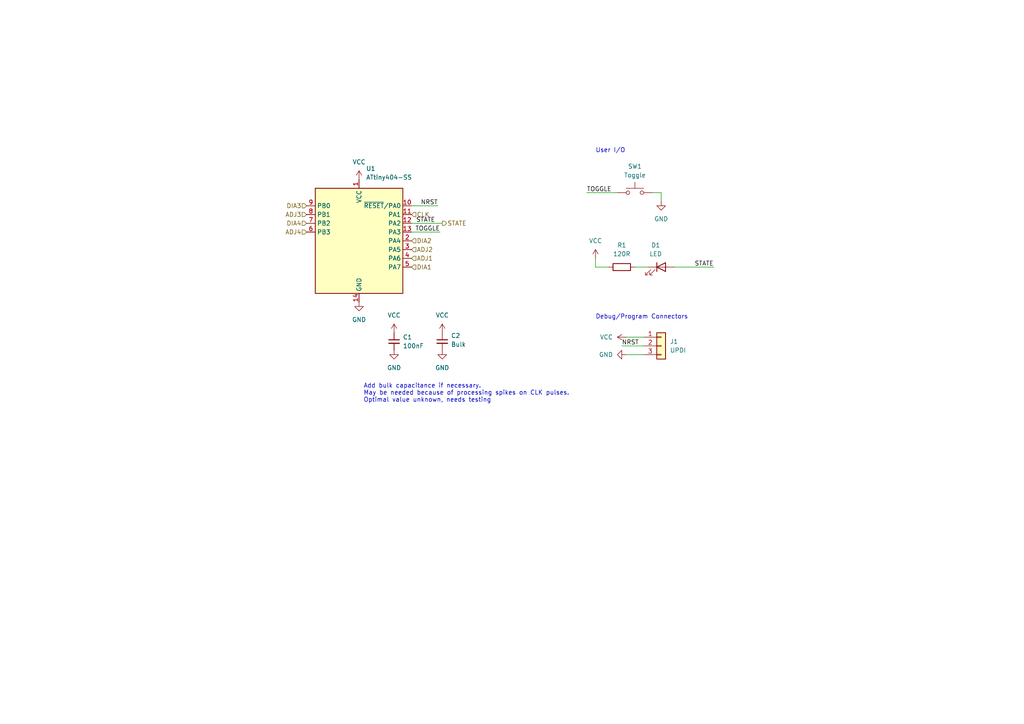
<source format=kicad_sch>
(kicad_sch (version 20211123) (generator eeschema)
  (paper "A4")
  (lib_symbols
    (symbol "Connector_Generic:Conn_01x03" (pin_names (offset 1.016) hide)
      (property "Reference" "J" (at 0 5.08 0))
      (property "Value" "Conn_01x03" (at 0 -5.08 0))
      (symbol "Conn_01x03_1_1"
        (rectangle (start -1.27 -2.413) (end 0 -2.667) (stroke (width 0.1524)))
        (rectangle (start -1.27 0.127) (end 0 -0.127) (stroke (width 0.1524)))
        (rectangle (start -1.27 2.667) (end 0 2.413) (stroke (width 0.1524)))
        (rectangle (start -1.27 3.81) (end 1.27 -3.81) (stroke (width 0.254)) (fill (type background)))
        (pin passive line (at -5.08 2.54 0) (length 3.81) (name "Pin_1") (number "1"))
        (pin passive line (at -5.08 0 0) (length 3.81) (name "Pin_2") (number "2"))
        (pin passive line (at -5.08 -2.54 0) (length 3.81) (name "Pin_3") (number "3"))
      )
    )
    (symbol "Device:C_Small" (pin_numbers hide) (pin_names (offset 0.254) hide)
      (property "Reference" "C" (at 0.254 1.778 0))
      (property "Value" "C_Small" (at 0.254 -2.032 0))
      (symbol "C_Small_0_1"
        (polyline (pts (xy -1.524 -0.508) (xy 1.524 -0.508)) (stroke (width 0.3302)))
        (polyline (pts (xy -1.524 0.508) (xy 1.524 0.508)) (stroke (width 0.3048)))
      )
      (symbol "C_Small_1_1"
        (pin passive line (at 0 2.54 270) (length 2.032) (name "~") (number "1"))
        (pin passive line (at 0 -2.54 90) (length 2.032) (name "~") (number "2"))
      )
    )
    (symbol "Device:LED" (pin_numbers hide) (pin_names (offset 1.016) hide)
      (property "Reference" "D" (at 0 2.54 0))
      (property "Value" "LED" (at 0 -2.54 0))
      (symbol "LED_0_1"
        (polyline (pts (xy -1.27 -1.27) (xy -1.27 1.27)) (stroke (width 0.254)))
        (polyline (pts (xy -1.27 0) (xy 1.27 0)))
        (polyline (pts (xy 1.27 -1.27) (xy 1.27 1.27) (xy -1.27 0) (xy 1.27 -1.27)) (stroke (width 0.254)))
        (polyline (pts (xy -3.048 -0.762) (xy -4.572 -2.286) (xy -3.81 -2.286) (xy -4.572 -2.286) (xy -4.572 -1.524)))
        (polyline (pts (xy -1.778 -0.762) (xy -3.302 -2.286) (xy -2.54 -2.286) (xy -3.302 -2.286) (xy -3.302 -1.524)))
      )
      (symbol "LED_1_1"
        (pin passive line (at -3.81 0 0) (length 2.54) (name "K") (number "1"))
        (pin passive line (at 3.81 0 180) (length 2.54) (name "A") (number "2"))
      )
    )
    (symbol "Device:R" (pin_numbers hide) (pin_names (offset 0))
      (property "Reference" "R" (at 2.032 0 90))
      (property "Value" "R" (at 0 0 90))
      (symbol "R_0_1"
        (rectangle (start -1.016 -2.54) (end 1.016 2.54) (stroke (width 0.254)))
      )
      (symbol "R_1_1"
        (pin passive line (at 0 3.81 270) (length 1.27) (name "~") (number "1"))
        (pin passive line (at 0 -3.81 90) (length 1.27) (name "~") (number "2"))
      )
    )
    (symbol "MCU_Microchip_ATtiny:ATtiny404-SS"
      (property "Reference" "U" (at -12.7 16.51 0))
      (property "Value" "ATtiny404-SS" (at 2.54 -16.51 0))
      (symbol "ATtiny404-SS_0_1"
        (rectangle (start -12.7 -15.24) (end 12.7 15.24) (stroke (width 0.254)) (fill (type background)))
      )
      (symbol "ATtiny404-SS_1_1"
        (pin power_in line (at 0 17.78 270) (length 2.54) (name "VCC") (number "1"))
        (pin bidirectional line (at 15.24 10.16 180) (length 2.54) (name "~{RESET}/PA0") (number "10"))
        (pin bidirectional line (at 15.24 7.62 180) (length 2.54) (name "PA1") (number "11"))
        (pin bidirectional line (at 15.24 5.08 180) (length 2.54) (name "PA2") (number "12"))
        (pin bidirectional line (at 15.24 2.54 180) (length 2.54) (name "PA3") (number "13"))
        (pin power_in line (at 0 -17.78 90) (length 2.54) (name "GND") (number "14"))
        (pin bidirectional line (at 15.24 0 180) (length 2.54) (name "PA4") (number "2"))
        (pin bidirectional line (at 15.24 -2.54 180) (length 2.54) (name "PA5") (number "3"))
        (pin bidirectional line (at 15.24 -5.08 180) (length 2.54) (name "PA6") (number "4"))
        (pin bidirectional line (at 15.24 -7.62 180) (length 2.54) (name "PA7") (number "5"))
        (pin bidirectional line (at -15.24 2.54 0) (length 2.54) (name "PB3") (number "6"))
        (pin bidirectional line (at -15.24 5.08 0) (length 2.54) (name "PB2") (number "7"))
        (pin bidirectional line (at -15.24 7.62 0) (length 2.54) (name "PB1") (number "8"))
        (pin bidirectional line (at -15.24 10.16 0) (length 2.54) (name "PB0") (number "9"))
      )
    )
    (symbol "Switch:SW_Push" (pin_numbers hide) (pin_names (offset 1.016) hide)
      (property "Reference" "SW" (at 1.27 2.54 0))
      (property "Value" "SW_Push" (at 0 -1.524 0))
      (symbol "SW_Push_0_1"
        (circle (center -2.032 0) (radius 0.508))
        (polyline (pts (xy 0 1.27) (xy 0 3.048)))
        (polyline (pts (xy 2.54 1.27) (xy -2.54 1.27)))
        (circle (center 2.032 0) (radius 0.508))
        (pin passive line (at -5.08 0 0) (length 2.54) (name "1") (number "1"))
        (pin passive line (at 5.08 0 180) (length 2.54) (name "2") (number "2"))
      )
    )
    (symbol "power:GND" (power) (pin_names (offset 0))
      (property "Value" "GND" (at 0 -3.81 0))
      (symbol "GND_0_1"
        (polyline (pts (xy 0 0) (xy 0 -1.27) (xy 1.27 -1.27) (xy 0 -2.54) (xy -1.27 -1.27) (xy 0 -1.27)))
      )
      (symbol "GND_1_1"
        (pin power_in line (at 0 0 270) (length 0) hide (name "GND") (number "1"))
      )
    )
    (symbol "power:VCC" (power) (pin_names (offset 0))
      (property "Value" "VCC" (at 0 3.81 0))
      (symbol "VCC_0_1"
        (polyline (pts (xy -0.762 1.27) (xy 0 2.54)))
        (polyline (pts (xy 0 0) (xy 0 2.54)))
        (polyline (pts (xy 0 2.54) (xy 0.762 1.27)))
      )
      (symbol "VCC_1_1"
        (pin power_in line (at 0 0 90) (length 0) hide (name "VCC") (number "1"))
      )
    )
  )
  (wire (pts (xy 172.72 74.93) (xy 172.72 77.47)))
  (wire (pts (xy 181.61 97.79) (xy 186.69 97.79)))
  (wire (pts (xy 180.34 100.33) (xy 186.69 100.33)))
  (wire (pts (xy 170.18 55.88) (xy 179.07 55.88)))
  (wire (pts (xy 191.77 55.88) (xy 191.77 58.42)))
  (wire (pts (xy 181.61 102.87) (xy 186.69 102.87)))
  (wire (pts (xy 119.38 59.69) (xy 127 59.69)))
  (wire (pts (xy 195.58 77.47) (xy 207.01 77.47)))
  (wire (pts (xy 119.38 67.31) (xy 127.635 67.31)))
  (wire (pts (xy 119.38 64.77) (xy 128.27 64.77)))
  (wire (pts (xy 172.72 77.47) (xy 176.53 77.47)))
  (wire (pts (xy 189.23 55.88) (xy 191.77 55.88)))
  (wire (pts (xy 184.15 77.47) (xy 187.96 77.47)))
  (text "User I/O\n" (at 172.72 44.45 0) (effects (font (size 1.27 1.27)) (justify left bottom)))
  (text "Add bulk capacitance if necessary.\nMay be needed because of processing spikes on CLK pulses.\nOptimal value unknown, needs testing" (at 105.41 116.84 0) (effects (font (size 1.27 1.27)) (justify left bottom)))
  (text "Debug/Program Connectors" (at 172.72 92.71 0) (effects (font (size 1.27 1.27)) (justify left bottom)))
  (label "STATE" (at 207.01 77.47 180))
  (label "TOGGLE" (at 127.635 67.31 180))
  (label "NRST" (at 127 59.69 180))
  (label "STATE" (at 120.65 64.77 0))
  (label "NRST" (at 180.34 100.33 0))
  (label "TOGGLE" (at 170.18 55.88 0))
  (hierarchical_label "DIA1" (shape input) (at 119.38 77.47 0))
  (hierarchical_label "STATE" (shape output) (at 128.27 64.77 0))
  (hierarchical_label "CLK" (shape input) (at 119.38 62.23 0))
  (hierarchical_label "DIA2" (shape input) (at 119.38 69.85 0))
  (hierarchical_label "ADJ2" (shape input) (at 119.38 72.39 0))
  (hierarchical_label "DIA4" (shape input) (at 88.9 64.77 180))
  (hierarchical_label "ADJ1" (shape input) (at 119.38 74.93 0))
  (hierarchical_label "DIA3" (shape input) (at 88.9 59.69 180))
  (hierarchical_label "ADJ4" (shape input) (at 88.9 67.31 180))
  (hierarchical_label "ADJ3" (shape input) (at 88.9 62.23 180))
  (symbol (lib_id "Device:C_Small") (at 114.3 99.06 0) (unit 1)
    (property "Reference" "C1" (at 116.84 97.7962 0) (effects (justify left)))
    (property "Value" "100nF" (at 116.84 100.3362 0) (effects (justify left)))
    (property "Footprint" "Capacitor_SMD:C_0603_1608Metric_Pad1.08x0.95mm_HandSolder" (effects hide))
    (property "DigiKey" "2997-MA0603XR104M160TR-ND" (effects hide))
    (property "Mfr" "Meritek" (effects hide))
    (property "P/N" "MA0603XR104M160" (effects hide))
  )
  (symbol (lib_id "power:VCC") (at 172.72 74.93 0) (unit 1)
    (property "Reference" "#PWR07" (effects hide))
    (property "Value" "VCC" (at 172.72 69.85 0))
  )
  (symbol (lib_id "power:VCC") (at 128.27 96.52 0) (unit 1)
    (property "Reference" "#PWR05" (effects hide))
    (property "Value" "VCC" (at 128.27 91.44 0))
  )
  (symbol (lib_id "Device:LED") (at 191.77 77.47 0) (unit 1)
    (property "Reference" "D1" (at 190.1825 71.12 0))
    (property "Value" "LED" (at 190.1825 73.66 0))
    (property "Footprint" "LED_SMD:LED_0603_1608Metric_Pad1.05x0.95mm_HandSolder" (effects hide))
    (property "Datasheet" "https://media.digikey.com/pdf/Data%20Sheets/Harvatek%20PDFs/B1911UD--20D001014U1930.pdf" (effects hide))
    (property "DigiKey" "3147-B1911UYG-20D000114U1930CT-ND" (effects hide))
    (property "Mfr" "Harvatek" (effects hide))
    (property "P/N" "B1911UYG-20D000114U1930" (effects hide))
  )
  (symbol (lib_id "Device:R") (at 180.34 77.47 90) (unit 1)
    (property "Reference" "R1" (at 180.34 71.12 90))
    (property "Value" "120R" (at 180.34 73.66 90))
    (property "Footprint" "Resistor_SMD:R_0603_1608Metric_Pad0.98x0.95mm_HandSolder" (effects hide))
    (property "DigiKey" "2571-RM06F1200CTTR-ND" (effects hide))
    (property "Mfr" "Cal-Chip" (effects hide))
    (property "P/N" "RM06F1200CT" (effects hide))
  )
  (symbol (lib_id "power:GND") (at 114.3 101.6 0) (unit 1)
    (property "Reference" "#PWR04" (effects hide))
    (property "Value" "GND" (at 114.3 106.68 0))
  )
  (symbol (lib_id "power:GND") (at 191.77 58.42 0) (unit 1)
    (property "Reference" "#PWR010" (effects hide))
    (property "Value" "GND" (at 191.77 63.5 0))
  )
  (symbol (lib_id "Device:C_Small") (at 128.27 99.06 0) (unit 1)
    (property "Reference" "C2" (at 130.81 97.3581 0) (effects (justify left)))
    (property "Value" "Bulk" (at 130.81 99.8981 0) (effects (justify left)))
    (property "Footprint" "Capacitor_SMD:C_0603_1608Metric_Pad1.08x0.95mm_HandSolder" (effects hide))
  )
  (symbol (lib_id "power:GND") (at 128.27 101.6 0) (unit 1)
    (property "Reference" "#PWR06" (effects hide))
    (property "Value" "GND" (at 128.27 106.68 0))
  )
  (symbol (lib_id "power:GND") (at 104.14 87.63 0) (unit 1)
    (property "Reference" "#PWR02" (effects hide))
    (property "Value" "GND" (at 104.14 92.71 0))
  )
  (symbol (lib_id "power:VCC") (at 104.14 52.07 0) (unit 1)
    (property "Reference" "#PWR01" (effects hide))
    (property "Value" "VCC" (at 104.14 46.99 0))
  )
  (symbol (lib_id "power:GND") (at 181.61 102.87 270) (unit 1)
    (property "Reference" "#PWR09" (effects hide))
    (property "Value" "GND" (at 177.8 102.8699 90) (effects (justify right)))
  )
  (symbol (lib_id "power:VCC") (at 114.3 96.52 0) (unit 1)
    (property "Reference" "#PWR03" (effects hide))
    (property "Value" "VCC" (at 114.3 91.44 0))
  )
  (symbol (lib_id "MCU_Microchip_ATtiny:ATtiny404-SS") (at 104.14 69.85 0) (unit 1)
    (property "Reference" "U1" (at 106.1594 48.895 0) (effects (justify left)))
    (property "Value" "ATtiny404-SS" (at 106.1594 51.435 0) (effects (justify left)))
    (property "Footprint" "Package_SO:SOIC-14_3.9x8.7mm_P1.27mm" (effects hide))
    (property "Datasheet" "http://ww1.microchip.com/downloads/en/DeviceDoc/50002687A.pdf" (effects hide))
    (property "DigiKey" "ATTINY404-SSN-ND" (effects hide))
    (property "Mfr" "Microchip" (effects hide))
    (property "P/N" "ATTINY404-SSN" (effects hide))
  )
  (symbol (lib_id "Switch:SW_Push") (at 184.15 55.88 0) (unit 1)
    (property "Reference" "SW1" (at 184.15 48.26 0))
    (property "Value" "Toggle" (at 184.15 50.8 0))
    (property "Footprint" "Button_Switch_THT:SW_PUSH_6mm_H4.3mm" (effects hide))
    (property "LCSC" "C2888544 " (effects hide))
  )
  (symbol (lib_id "Connector_Generic:Conn_01x03") (at 191.77 100.33 0) (unit 1)
    (property "Reference" "J1" (at 194.31 99.0599 0) (effects (justify left)))
    (property "Value" "UPDI" (at 194.31 101.5999 0) (effects (justify left)))
    (property "Footprint" "Connector_PinHeader_2.54mm:PinHeader_1x03_P2.54mm_Vertical" (effects hide))
    (property "LCSC" "C492411" (effects hide))
  )
  (symbol (lib_id "power:VCC") (at 181.61 97.79 90) (unit 1)
    (property "Reference" "#PWR08" (effects hide))
    (property "Value" "VCC" (at 177.8 97.7899 90) (effects (justify left)))
  )
)
</source>
